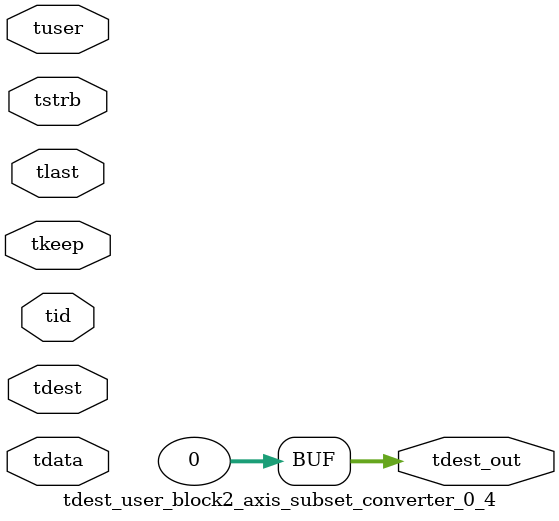
<source format=v>


`timescale 1ps/1ps

module tdest_user_block2_axis_subset_converter_0_4 #
(
parameter C_S_AXIS_TDATA_WIDTH = 32,
parameter C_S_AXIS_TUSER_WIDTH = 0,
parameter C_S_AXIS_TID_WIDTH   = 0,
parameter C_S_AXIS_TDEST_WIDTH = 0,
parameter C_M_AXIS_TDEST_WIDTH = 32
)
(
input  [(C_S_AXIS_TDATA_WIDTH == 0 ? 1 : C_S_AXIS_TDATA_WIDTH)-1:0     ] tdata,
input  [(C_S_AXIS_TUSER_WIDTH == 0 ? 1 : C_S_AXIS_TUSER_WIDTH)-1:0     ] tuser,
input  [(C_S_AXIS_TID_WIDTH   == 0 ? 1 : C_S_AXIS_TID_WIDTH)-1:0       ] tid,
input  [(C_S_AXIS_TDEST_WIDTH == 0 ? 1 : C_S_AXIS_TDEST_WIDTH)-1:0     ] tdest,
input  [(C_S_AXIS_TDATA_WIDTH/8)-1:0 ] tkeep,
input  [(C_S_AXIS_TDATA_WIDTH/8)-1:0 ] tstrb,
input                                                                    tlast,
output [C_M_AXIS_TDEST_WIDTH-1:0] tdest_out
);

assign tdest_out = {1'b0};

endmodule


</source>
